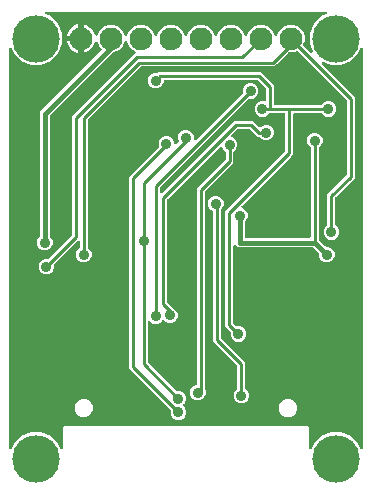
<source format=gbr>
G04 EAGLE Gerber RS-274X export*
G75*
%MOMM*%
%FSLAX34Y34*%
%LPD*%
%INBottom Copper*%
%IPPOS*%
%AMOC8*
5,1,8,0,0,1.08239X$1,22.5*%
G01*
%ADD10C,4.016000*%
%ADD11C,1.930400*%
%ADD12C,0.906400*%
%ADD13C,0.254000*%
%ADD14C,0.406400*%

G36*
X257957Y-17675D02*
X257957Y-17675D01*
X258047Y-17670D01*
X258113Y-17648D01*
X258182Y-17636D01*
X258264Y-17599D01*
X258349Y-17572D01*
X258408Y-17534D01*
X258472Y-17506D01*
X258542Y-17450D01*
X258618Y-17402D01*
X258666Y-17351D01*
X258720Y-17307D01*
X258775Y-17235D01*
X258836Y-17170D01*
X258870Y-17109D01*
X258912Y-17053D01*
X258983Y-16909D01*
X260654Y-12874D01*
X266874Y-6654D01*
X275001Y-3287D01*
X283799Y-3287D01*
X291926Y-6654D01*
X298146Y-12874D01*
X299817Y-16909D01*
X299852Y-16969D01*
X299878Y-17034D01*
X299930Y-17107D01*
X299975Y-17185D01*
X300023Y-17235D01*
X300064Y-17291D01*
X300134Y-17349D01*
X300196Y-17413D01*
X300256Y-17450D01*
X300309Y-17494D01*
X300391Y-17533D01*
X300467Y-17580D01*
X300534Y-17600D01*
X300597Y-17630D01*
X300685Y-17647D01*
X300771Y-17673D01*
X300841Y-17676D01*
X300910Y-17690D01*
X300999Y-17684D01*
X301089Y-17688D01*
X301157Y-17674D01*
X301227Y-17670D01*
X301312Y-17642D01*
X301400Y-17624D01*
X301463Y-17593D01*
X301529Y-17572D01*
X301605Y-17524D01*
X301686Y-17484D01*
X301739Y-17439D01*
X301798Y-17402D01*
X301860Y-17336D01*
X301928Y-17278D01*
X301968Y-17221D01*
X302016Y-17170D01*
X302059Y-17091D01*
X302111Y-17018D01*
X302136Y-16953D01*
X302170Y-16892D01*
X302192Y-16805D01*
X302224Y-16721D01*
X302232Y-16651D01*
X302249Y-16584D01*
X302259Y-16423D01*
X302259Y321223D01*
X302251Y321292D01*
X302252Y321362D01*
X302238Y321419D01*
X302237Y321435D01*
X302230Y321457D01*
X302219Y321538D01*
X302194Y321603D01*
X302177Y321671D01*
X302135Y321751D01*
X302102Y321834D01*
X302061Y321890D01*
X302029Y321952D01*
X301968Y322019D01*
X301916Y322091D01*
X301862Y322136D01*
X301815Y322188D01*
X301740Y322237D01*
X301671Y322294D01*
X301607Y322324D01*
X301549Y322362D01*
X301464Y322392D01*
X301383Y322430D01*
X301314Y322443D01*
X301248Y322466D01*
X301159Y322473D01*
X301071Y322490D01*
X301001Y322485D01*
X300931Y322491D01*
X300843Y322475D01*
X300753Y322470D01*
X300687Y322448D01*
X300618Y322436D01*
X300536Y322399D01*
X300451Y322372D01*
X300392Y322334D01*
X300328Y322306D01*
X300258Y322250D01*
X300182Y322202D01*
X300134Y322151D01*
X300080Y322107D01*
X300025Y322035D01*
X299964Y321970D01*
X299930Y321909D01*
X299888Y321853D01*
X299817Y321709D01*
X298146Y317674D01*
X291926Y311454D01*
X283799Y308087D01*
X275001Y308087D01*
X269087Y310537D01*
X269020Y310556D01*
X268956Y310583D01*
X268867Y310597D01*
X268780Y310621D01*
X268711Y310622D01*
X268642Y310633D01*
X268552Y310625D01*
X268462Y310626D01*
X268394Y310610D01*
X268325Y310603D01*
X268240Y310573D01*
X268153Y310552D01*
X268091Y310519D01*
X268026Y310496D01*
X267951Y310445D01*
X267872Y310403D01*
X267820Y310356D01*
X267762Y310317D01*
X267703Y310250D01*
X267637Y310189D01*
X267598Y310131D01*
X267552Y310079D01*
X267511Y309999D01*
X267462Y309924D01*
X267439Y309858D01*
X267407Y309796D01*
X267388Y309708D01*
X267359Y309623D01*
X267353Y309553D01*
X267338Y309485D01*
X267340Y309395D01*
X267333Y309306D01*
X267345Y309237D01*
X267347Y309167D01*
X267372Y309081D01*
X267388Y308992D01*
X267416Y308929D01*
X267436Y308862D01*
X267481Y308784D01*
X267518Y308703D01*
X267562Y308648D01*
X267597Y308588D01*
X267704Y308467D01*
X293096Y283074D01*
X295403Y280768D01*
X295403Y211992D01*
X279264Y195854D01*
X279204Y195775D01*
X279136Y195703D01*
X279107Y195650D01*
X279070Y195602D01*
X279030Y195511D01*
X278982Y195425D01*
X278967Y195366D01*
X278943Y195311D01*
X278928Y195213D01*
X278903Y195117D01*
X278897Y195017D01*
X278893Y194996D01*
X278895Y194984D01*
X278893Y194956D01*
X278893Y172877D01*
X278905Y172779D01*
X278908Y172680D01*
X278925Y172622D01*
X278933Y172561D01*
X278969Y172469D01*
X278997Y172374D01*
X279027Y172322D01*
X279050Y172266D01*
X279108Y172186D01*
X279158Y172100D01*
X279224Y172025D01*
X279236Y172008D01*
X279246Y172001D01*
X279264Y171979D01*
X281155Y170089D01*
X282155Y167676D01*
X282155Y165064D01*
X281155Y162651D01*
X279309Y160805D01*
X276896Y159805D01*
X274284Y159805D01*
X271871Y160805D01*
X270025Y162651D01*
X269025Y165064D01*
X269025Y167676D01*
X270025Y170089D01*
X271916Y171979D01*
X271976Y172058D01*
X272044Y172130D01*
X272073Y172183D01*
X272110Y172231D01*
X272150Y172322D01*
X272198Y172408D01*
X272213Y172467D01*
X272237Y172523D01*
X272252Y172621D01*
X272277Y172716D01*
X272283Y172816D01*
X272287Y172837D01*
X272285Y172849D01*
X272287Y172877D01*
X272287Y198218D01*
X288426Y214356D01*
X288486Y214435D01*
X288554Y214507D01*
X288583Y214560D01*
X288620Y214608D01*
X288660Y214699D01*
X288708Y214785D01*
X288723Y214844D01*
X288747Y214899D01*
X288762Y214997D01*
X288787Y215093D01*
X288793Y215193D01*
X288797Y215214D01*
X288795Y215226D01*
X288797Y215254D01*
X288797Y277506D01*
X288785Y277604D01*
X288782Y277703D01*
X288765Y277762D01*
X288757Y277822D01*
X288721Y277914D01*
X288693Y278009D01*
X288663Y278061D01*
X288640Y278117D01*
X288582Y278197D01*
X288532Y278283D01*
X288466Y278358D01*
X288454Y278375D01*
X288444Y278383D01*
X288426Y278404D01*
X247540Y319289D01*
X247517Y319307D01*
X247498Y319330D01*
X247391Y319404D01*
X247289Y319484D01*
X247262Y319496D01*
X247238Y319513D01*
X247116Y319559D01*
X246997Y319610D01*
X246968Y319615D01*
X246940Y319626D01*
X246811Y319640D01*
X246683Y319660D01*
X246653Y319658D01*
X246624Y319661D01*
X246496Y319643D01*
X246366Y319630D01*
X246338Y319620D01*
X246309Y319616D01*
X246157Y319564D01*
X243624Y318515D01*
X239892Y318515D01*
X239794Y318503D01*
X239695Y318500D01*
X239636Y318483D01*
X239576Y318475D01*
X239484Y318439D01*
X239389Y318411D01*
X239337Y318381D01*
X239281Y318358D01*
X239200Y318300D01*
X239115Y318250D01*
X239040Y318184D01*
X239023Y318172D01*
X239015Y318162D01*
X238994Y318144D01*
X229734Y308884D01*
X227428Y306577D01*
X114924Y306577D01*
X114826Y306565D01*
X114727Y306562D01*
X114668Y306545D01*
X114608Y306537D01*
X114516Y306501D01*
X114421Y306473D01*
X114369Y306443D01*
X114313Y306420D01*
X114233Y306362D01*
X114147Y306312D01*
X114072Y306246D01*
X114055Y306234D01*
X114047Y306224D01*
X114026Y306206D01*
X69714Y261894D01*
X69654Y261815D01*
X69586Y261743D01*
X69557Y261690D01*
X69520Y261642D01*
X69480Y261551D01*
X69432Y261465D01*
X69417Y261406D01*
X69393Y261351D01*
X69378Y261253D01*
X69353Y261157D01*
X69347Y261057D01*
X69343Y261036D01*
X69345Y261024D01*
X69343Y260996D01*
X69343Y153827D01*
X69355Y153729D01*
X69358Y153630D01*
X69375Y153572D01*
X69383Y153511D01*
X69419Y153419D01*
X69447Y153324D01*
X69477Y153272D01*
X69500Y153216D01*
X69558Y153136D01*
X69608Y153050D01*
X69674Y152975D01*
X69686Y152958D01*
X69696Y152951D01*
X69714Y152929D01*
X71605Y151039D01*
X72605Y148626D01*
X72605Y146014D01*
X71605Y143601D01*
X69759Y141755D01*
X67346Y140755D01*
X64734Y140755D01*
X62321Y141755D01*
X60475Y143601D01*
X59475Y146014D01*
X59475Y148626D01*
X60475Y151039D01*
X62366Y152929D01*
X62426Y153008D01*
X62494Y153080D01*
X62523Y153133D01*
X62560Y153181D01*
X62600Y153272D01*
X62648Y153358D01*
X62663Y153417D01*
X62687Y153473D01*
X62702Y153571D01*
X62727Y153666D01*
X62733Y153766D01*
X62737Y153787D01*
X62735Y153799D01*
X62737Y153827D01*
X62737Y157872D01*
X62720Y158010D01*
X62707Y158149D01*
X62700Y158168D01*
X62697Y158188D01*
X62646Y158317D01*
X62599Y158448D01*
X62588Y158465D01*
X62580Y158483D01*
X62499Y158596D01*
X62421Y158711D01*
X62405Y158724D01*
X62394Y158741D01*
X62286Y158829D01*
X62182Y158922D01*
X62164Y158931D01*
X62149Y158944D01*
X62023Y159003D01*
X61899Y159066D01*
X61879Y159071D01*
X61861Y159079D01*
X61725Y159105D01*
X61589Y159136D01*
X61568Y159135D01*
X61549Y159139D01*
X61410Y159130D01*
X61271Y159126D01*
X61251Y159120D01*
X61231Y159119D01*
X61099Y159076D01*
X60965Y159038D01*
X60948Y159027D01*
X60929Y159021D01*
X60811Y158947D01*
X60691Y158876D01*
X60670Y158858D01*
X60660Y158851D01*
X60646Y158836D01*
X60571Y158770D01*
X41226Y139426D01*
X41166Y139347D01*
X41098Y139275D01*
X41069Y139222D01*
X41032Y139174D01*
X40992Y139083D01*
X40944Y138997D01*
X40929Y138938D01*
X40905Y138883D01*
X40890Y138785D01*
X40865Y138689D01*
X40859Y138589D01*
X40855Y138568D01*
X40857Y138556D01*
X40855Y138528D01*
X40855Y135854D01*
X39855Y133441D01*
X38009Y131595D01*
X35596Y130595D01*
X32984Y130595D01*
X30571Y131595D01*
X28725Y133441D01*
X27725Y135854D01*
X27725Y138466D01*
X28725Y140879D01*
X30571Y142725D01*
X32984Y143725D01*
X35658Y143725D01*
X35756Y143737D01*
X35855Y143740D01*
X35914Y143757D01*
X35974Y143765D01*
X36066Y143801D01*
X36161Y143829D01*
X36213Y143859D01*
X36269Y143882D01*
X36349Y143940D01*
X36435Y143990D01*
X36510Y144056D01*
X36527Y144068D01*
X36535Y144078D01*
X36556Y144096D01*
X56016Y163556D01*
X56076Y163635D01*
X56144Y163707D01*
X56173Y163760D01*
X56210Y163808D01*
X56250Y163899D01*
X56298Y163985D01*
X56313Y164044D01*
X56337Y164099D01*
X56352Y164197D01*
X56377Y164293D01*
X56383Y164393D01*
X56387Y164414D01*
X56385Y164426D01*
X56387Y164454D01*
X56387Y264374D01*
X58694Y266680D01*
X109609Y317596D01*
X109640Y317635D01*
X109677Y317669D01*
X109737Y317760D01*
X109804Y317847D01*
X109824Y317893D01*
X109851Y317934D01*
X109887Y318038D01*
X109931Y318139D01*
X109938Y318188D01*
X109955Y318235D01*
X109963Y318345D01*
X109980Y318453D01*
X109976Y318503D01*
X109980Y318552D01*
X109961Y318660D01*
X109951Y318770D01*
X109934Y318817D01*
X109925Y318865D01*
X109880Y318966D01*
X109843Y319069D01*
X109815Y319110D01*
X109795Y319155D01*
X109726Y319241D01*
X109664Y319332D01*
X109627Y319365D01*
X109596Y319404D01*
X109508Y319470D01*
X109426Y319543D01*
X109382Y319565D01*
X109342Y319595D01*
X109198Y319666D01*
X107681Y320294D01*
X104394Y323581D01*
X102773Y327496D01*
X102704Y327616D01*
X102639Y327739D01*
X102625Y327754D01*
X102615Y327772D01*
X102518Y327872D01*
X102425Y327975D01*
X102408Y327986D01*
X102394Y328000D01*
X102276Y328073D01*
X102159Y328150D01*
X102140Y328156D01*
X102123Y328167D01*
X101990Y328208D01*
X101858Y328253D01*
X101838Y328254D01*
X101819Y328260D01*
X101680Y328267D01*
X101541Y328278D01*
X101521Y328275D01*
X101501Y328275D01*
X101365Y328247D01*
X101228Y328224D01*
X101210Y328215D01*
X101190Y328211D01*
X101064Y328150D01*
X100938Y328093D01*
X100922Y328080D01*
X100904Y328071D01*
X100798Y327981D01*
X100690Y327894D01*
X100677Y327878D01*
X100662Y327865D01*
X100582Y327751D01*
X100498Y327640D01*
X100486Y327615D01*
X100479Y327605D01*
X100472Y327586D01*
X100427Y327496D01*
X98806Y323581D01*
X95519Y320294D01*
X91224Y318515D01*
X91109Y318515D01*
X91011Y318503D01*
X90912Y318500D01*
X90854Y318483D01*
X90794Y318475D01*
X90702Y318439D01*
X90607Y318411D01*
X90554Y318381D01*
X90498Y318358D01*
X90418Y318300D01*
X90333Y318250D01*
X90257Y318184D01*
X90241Y318172D01*
X90233Y318162D01*
X90212Y318144D01*
X37456Y265388D01*
X37396Y265310D01*
X37328Y265238D01*
X37299Y265185D01*
X37262Y265137D01*
X37222Y265046D01*
X37174Y264959D01*
X37159Y264901D01*
X37135Y264845D01*
X37120Y264747D01*
X37095Y264651D01*
X37089Y264551D01*
X37085Y264531D01*
X37087Y264519D01*
X37085Y264491D01*
X37085Y163225D01*
X37097Y163127D01*
X37100Y163028D01*
X37117Y162970D01*
X37125Y162909D01*
X37161Y162817D01*
X37189Y162722D01*
X37219Y162670D01*
X37242Y162614D01*
X37300Y162534D01*
X37350Y162448D01*
X37416Y162373D01*
X37428Y162356D01*
X37438Y162349D01*
X37456Y162327D01*
X38585Y161199D01*
X39585Y158786D01*
X39585Y156174D01*
X38585Y153761D01*
X36739Y151915D01*
X34326Y150915D01*
X31714Y150915D01*
X29301Y151915D01*
X27455Y153761D01*
X26455Y156174D01*
X26455Y158786D01*
X27455Y161199D01*
X28584Y162327D01*
X28644Y162406D01*
X28712Y162478D01*
X28741Y162531D01*
X28778Y162579D01*
X28818Y162670D01*
X28866Y162756D01*
X28881Y162815D01*
X28905Y162871D01*
X28920Y162969D01*
X28945Y163064D01*
X28951Y163164D01*
X28955Y163185D01*
X28953Y163197D01*
X28955Y163225D01*
X28955Y268384D01*
X31708Y271136D01*
X80676Y320104D01*
X80749Y320199D01*
X80828Y320288D01*
X80846Y320324D01*
X80871Y320356D01*
X80918Y320465D01*
X80972Y320571D01*
X80981Y320610D01*
X80997Y320647D01*
X81016Y320765D01*
X81042Y320881D01*
X81041Y320922D01*
X81047Y320962D01*
X81036Y321080D01*
X81032Y321199D01*
X81021Y321238D01*
X81017Y321278D01*
X80977Y321390D01*
X80944Y321505D01*
X80923Y321539D01*
X80910Y321577D01*
X80843Y321676D01*
X80782Y321778D01*
X80742Y321824D01*
X80731Y321841D01*
X80716Y321854D01*
X80676Y321899D01*
X78994Y323581D01*
X77607Y326930D01*
X77592Y326956D01*
X77583Y326984D01*
X77514Y327094D01*
X77450Y327206D01*
X77429Y327228D01*
X77413Y327253D01*
X77319Y327341D01*
X77228Y327435D01*
X77203Y327450D01*
X77181Y327471D01*
X77068Y327533D01*
X76957Y327601D01*
X76929Y327610D01*
X76902Y327624D01*
X76777Y327656D01*
X76653Y327694D01*
X76623Y327696D01*
X76594Y327703D01*
X76465Y327703D01*
X76336Y327710D01*
X76306Y327704D01*
X76276Y327704D01*
X76151Y327671D01*
X76024Y327645D01*
X75997Y327632D01*
X75968Y327625D01*
X75855Y327563D01*
X75738Y327506D01*
X75716Y327486D01*
X75689Y327472D01*
X75595Y327383D01*
X75496Y327299D01*
X75479Y327275D01*
X75457Y327254D01*
X75388Y327145D01*
X75313Y327039D01*
X75303Y327011D01*
X75287Y326986D01*
X75227Y326836D01*
X74799Y325520D01*
X73928Y323810D01*
X72800Y322257D01*
X71443Y320900D01*
X69890Y319772D01*
X68180Y318901D01*
X66355Y318307D01*
X65999Y318251D01*
X65999Y328970D01*
X65984Y329088D01*
X65977Y329207D01*
X65964Y329245D01*
X65959Y329285D01*
X65916Y329396D01*
X65879Y329509D01*
X65857Y329543D01*
X65842Y329581D01*
X65773Y329677D01*
X65709Y329778D01*
X65679Y329806D01*
X65656Y329838D01*
X65564Y329914D01*
X65477Y329996D01*
X65442Y330015D01*
X65411Y330041D01*
X65303Y330092D01*
X65199Y330149D01*
X65159Y330159D01*
X65123Y330177D01*
X65016Y330197D01*
X65046Y330201D01*
X65156Y330245D01*
X65269Y330281D01*
X65304Y330303D01*
X65341Y330318D01*
X65437Y330388D01*
X65538Y330451D01*
X65566Y330481D01*
X65599Y330505D01*
X65675Y330596D01*
X65756Y330683D01*
X65776Y330718D01*
X65801Y330750D01*
X65852Y330857D01*
X65910Y330962D01*
X65920Y331001D01*
X65937Y331037D01*
X65959Y331154D01*
X65989Y331270D01*
X65993Y331330D01*
X65997Y331350D01*
X65995Y331370D01*
X65999Y331430D01*
X65999Y342149D01*
X66355Y342093D01*
X68180Y341499D01*
X69890Y340628D01*
X71443Y339500D01*
X72800Y338143D01*
X73928Y336590D01*
X74799Y334880D01*
X75227Y333564D01*
X75240Y333537D01*
X75247Y333508D01*
X75308Y333393D01*
X75363Y333276D01*
X75382Y333253D01*
X75396Y333226D01*
X75483Y333131D01*
X75565Y333031D01*
X75590Y333013D01*
X75610Y332991D01*
X75718Y332920D01*
X75823Y332844D01*
X75850Y332833D01*
X75875Y332816D01*
X75998Y332774D01*
X76118Y332727D01*
X76148Y332723D01*
X76176Y332713D01*
X76305Y332703D01*
X76434Y332687D01*
X76463Y332690D01*
X76493Y332688D01*
X76621Y332710D01*
X76749Y332726D01*
X76777Y332737D01*
X76806Y332742D01*
X76924Y332795D01*
X77045Y332843D01*
X77069Y332861D01*
X77096Y332873D01*
X77197Y332954D01*
X77303Y333030D01*
X77322Y333053D01*
X77345Y333071D01*
X77423Y333175D01*
X77505Y333275D01*
X77518Y333302D01*
X77536Y333326D01*
X77607Y333470D01*
X78994Y336819D01*
X82281Y340106D01*
X86576Y341885D01*
X91224Y341885D01*
X95519Y340106D01*
X98806Y336819D01*
X100427Y332904D01*
X100496Y332783D01*
X100561Y332661D01*
X100575Y332646D01*
X100585Y332628D01*
X100682Y332528D01*
X100775Y332425D01*
X100792Y332414D01*
X100806Y332399D01*
X100925Y332327D01*
X101041Y332250D01*
X101060Y332244D01*
X101077Y332233D01*
X101210Y332192D01*
X101342Y332147D01*
X101362Y332146D01*
X101381Y332140D01*
X101520Y332133D01*
X101659Y332122D01*
X101679Y332125D01*
X101699Y332125D01*
X101835Y332153D01*
X101972Y332176D01*
X101991Y332185D01*
X102010Y332189D01*
X102136Y332250D01*
X102262Y332307D01*
X102278Y332320D01*
X102296Y332329D01*
X102402Y332419D01*
X102510Y332506D01*
X102523Y332522D01*
X102538Y332535D01*
X102618Y332649D01*
X102702Y332760D01*
X102714Y332785D01*
X102721Y332795D01*
X102728Y332814D01*
X102773Y332904D01*
X104394Y336819D01*
X107681Y340106D01*
X111976Y341885D01*
X116624Y341885D01*
X120919Y340106D01*
X124206Y336819D01*
X125827Y332904D01*
X125896Y332783D01*
X125961Y332661D01*
X125975Y332646D01*
X125985Y332628D01*
X126082Y332528D01*
X126175Y332425D01*
X126192Y332414D01*
X126206Y332399D01*
X126325Y332327D01*
X126441Y332250D01*
X126460Y332244D01*
X126477Y332233D01*
X126610Y332192D01*
X126742Y332147D01*
X126762Y332146D01*
X126781Y332140D01*
X126920Y332133D01*
X127059Y332122D01*
X127079Y332125D01*
X127099Y332125D01*
X127235Y332153D01*
X127372Y332176D01*
X127391Y332185D01*
X127410Y332189D01*
X127536Y332250D01*
X127662Y332307D01*
X127678Y332320D01*
X127696Y332329D01*
X127802Y332419D01*
X127910Y332506D01*
X127923Y332522D01*
X127938Y332535D01*
X128018Y332649D01*
X128102Y332760D01*
X128114Y332785D01*
X128121Y332795D01*
X128128Y332814D01*
X128173Y332904D01*
X129794Y336819D01*
X133081Y340106D01*
X137376Y341885D01*
X142024Y341885D01*
X146319Y340106D01*
X149606Y336819D01*
X151227Y332904D01*
X151296Y332783D01*
X151361Y332661D01*
X151375Y332646D01*
X151385Y332628D01*
X151482Y332528D01*
X151575Y332425D01*
X151592Y332414D01*
X151606Y332399D01*
X151725Y332327D01*
X151841Y332250D01*
X151860Y332244D01*
X151877Y332233D01*
X152010Y332192D01*
X152142Y332147D01*
X152162Y332146D01*
X152181Y332140D01*
X152320Y332133D01*
X152459Y332122D01*
X152479Y332125D01*
X152499Y332125D01*
X152635Y332153D01*
X152772Y332176D01*
X152791Y332185D01*
X152810Y332189D01*
X152936Y332250D01*
X153062Y332307D01*
X153078Y332320D01*
X153096Y332329D01*
X153202Y332419D01*
X153310Y332506D01*
X153323Y332522D01*
X153338Y332535D01*
X153418Y332649D01*
X153502Y332760D01*
X153514Y332785D01*
X153521Y332795D01*
X153528Y332814D01*
X153573Y332904D01*
X155194Y336819D01*
X158481Y340106D01*
X162776Y341885D01*
X167424Y341885D01*
X171719Y340106D01*
X175006Y336819D01*
X176627Y332904D01*
X176696Y332783D01*
X176761Y332661D01*
X176775Y332646D01*
X176785Y332628D01*
X176882Y332528D01*
X176975Y332425D01*
X176992Y332414D01*
X177006Y332399D01*
X177125Y332327D01*
X177241Y332250D01*
X177260Y332244D01*
X177277Y332233D01*
X177410Y332192D01*
X177542Y332147D01*
X177562Y332146D01*
X177581Y332140D01*
X177720Y332133D01*
X177859Y332122D01*
X177879Y332125D01*
X177899Y332125D01*
X178035Y332153D01*
X178172Y332176D01*
X178191Y332185D01*
X178210Y332189D01*
X178336Y332250D01*
X178462Y332307D01*
X178478Y332320D01*
X178496Y332329D01*
X178602Y332419D01*
X178710Y332506D01*
X178723Y332522D01*
X178738Y332535D01*
X178818Y332649D01*
X178902Y332760D01*
X178914Y332785D01*
X178921Y332795D01*
X178928Y332814D01*
X178973Y332904D01*
X180594Y336819D01*
X183881Y340106D01*
X188176Y341885D01*
X192824Y341885D01*
X197119Y340106D01*
X200406Y336819D01*
X202027Y332904D01*
X202096Y332783D01*
X202161Y332661D01*
X202175Y332646D01*
X202185Y332628D01*
X202282Y332528D01*
X202375Y332425D01*
X202392Y332414D01*
X202406Y332399D01*
X202525Y332327D01*
X202641Y332250D01*
X202660Y332244D01*
X202677Y332233D01*
X202810Y332192D01*
X202942Y332147D01*
X202962Y332146D01*
X202981Y332140D01*
X203120Y332133D01*
X203259Y332122D01*
X203279Y332125D01*
X203299Y332125D01*
X203435Y332153D01*
X203572Y332176D01*
X203591Y332185D01*
X203610Y332189D01*
X203736Y332250D01*
X203862Y332307D01*
X203878Y332320D01*
X203896Y332329D01*
X204002Y332419D01*
X204110Y332506D01*
X204123Y332522D01*
X204138Y332535D01*
X204218Y332649D01*
X204302Y332760D01*
X204314Y332785D01*
X204321Y332795D01*
X204328Y332814D01*
X204373Y332904D01*
X205994Y336819D01*
X209281Y340106D01*
X213576Y341885D01*
X218224Y341885D01*
X222519Y340106D01*
X225806Y336819D01*
X227427Y332904D01*
X227496Y332783D01*
X227561Y332660D01*
X227575Y332645D01*
X227585Y332628D01*
X227682Y332528D01*
X227775Y332425D01*
X227792Y332414D01*
X227806Y332399D01*
X227925Y332327D01*
X228041Y332250D01*
X228060Y332244D01*
X228077Y332233D01*
X228210Y332192D01*
X228342Y332147D01*
X228362Y332146D01*
X228381Y332140D01*
X228520Y332133D01*
X228659Y332122D01*
X228679Y332125D01*
X228699Y332124D01*
X228835Y332153D01*
X228972Y332176D01*
X228991Y332185D01*
X229010Y332189D01*
X229136Y332250D01*
X229262Y332307D01*
X229278Y332320D01*
X229296Y332328D01*
X229402Y332419D01*
X229510Y332506D01*
X229523Y332522D01*
X229538Y332535D01*
X229618Y332649D01*
X229702Y332760D01*
X229714Y332785D01*
X229721Y332795D01*
X229728Y332814D01*
X229773Y332904D01*
X231394Y336819D01*
X234681Y340106D01*
X238976Y341885D01*
X243624Y341885D01*
X247919Y340106D01*
X251206Y336819D01*
X252985Y332524D01*
X252985Y327876D01*
X251936Y325343D01*
X251928Y325315D01*
X251914Y325288D01*
X251886Y325162D01*
X251852Y325036D01*
X251851Y325007D01*
X251845Y324978D01*
X251849Y324848D01*
X251847Y324718D01*
X251854Y324690D01*
X251854Y324660D01*
X251891Y324536D01*
X251921Y324409D01*
X251935Y324383D01*
X251943Y324355D01*
X252009Y324243D01*
X252070Y324128D01*
X252089Y324106D01*
X252104Y324081D01*
X252211Y323960D01*
X257667Y318504D01*
X257722Y318461D01*
X257771Y318411D01*
X257847Y318364D01*
X257918Y318309D01*
X257982Y318281D01*
X258042Y318245D01*
X258128Y318218D01*
X258210Y318182D01*
X258279Y318171D01*
X258346Y318151D01*
X258435Y318147D01*
X258524Y318133D01*
X258594Y318139D01*
X258663Y318136D01*
X258751Y318154D01*
X258841Y318162D01*
X258907Y318186D01*
X258975Y318200D01*
X259056Y318240D01*
X259140Y318270D01*
X259198Y318309D01*
X259261Y318340D01*
X259329Y318398D01*
X259403Y318449D01*
X259450Y318501D01*
X259503Y318546D01*
X259554Y318620D01*
X259614Y318687D01*
X259646Y318749D01*
X259686Y318806D01*
X259718Y318890D01*
X259758Y318970D01*
X259774Y319038D01*
X259798Y319104D01*
X259808Y319193D01*
X259828Y319281D01*
X259826Y319350D01*
X259834Y319420D01*
X259821Y319509D01*
X259818Y319598D01*
X259799Y319666D01*
X259789Y319735D01*
X259737Y319887D01*
X257287Y325801D01*
X257287Y334599D01*
X260654Y342726D01*
X266874Y348946D01*
X270909Y350617D01*
X270969Y350652D01*
X271034Y350678D01*
X271107Y350730D01*
X271185Y350775D01*
X271235Y350823D01*
X271291Y350864D01*
X271349Y350934D01*
X271413Y350996D01*
X271450Y351056D01*
X271494Y351109D01*
X271533Y351191D01*
X271580Y351267D01*
X271600Y351334D01*
X271630Y351397D01*
X271647Y351485D01*
X271673Y351571D01*
X271676Y351641D01*
X271690Y351710D01*
X271684Y351799D01*
X271688Y351889D01*
X271674Y351957D01*
X271670Y352027D01*
X271642Y352112D01*
X271624Y352200D01*
X271593Y352263D01*
X271572Y352329D01*
X271524Y352405D01*
X271484Y352486D01*
X271439Y352539D01*
X271402Y352598D01*
X271336Y352660D01*
X271278Y352728D01*
X271221Y352768D01*
X271170Y352816D01*
X271091Y352859D01*
X271018Y352911D01*
X270953Y352936D01*
X270892Y352970D01*
X270805Y352992D01*
X270721Y353024D01*
X270651Y353032D01*
X270584Y353049D01*
X270423Y353059D01*
X34377Y353059D01*
X34308Y353051D01*
X34238Y353052D01*
X34151Y353031D01*
X34062Y353019D01*
X33997Y352994D01*
X33929Y352977D01*
X33849Y352935D01*
X33766Y352902D01*
X33710Y352861D01*
X33648Y352829D01*
X33581Y352768D01*
X33509Y352716D01*
X33464Y352662D01*
X33412Y352615D01*
X33363Y352540D01*
X33306Y352471D01*
X33276Y352407D01*
X33238Y352349D01*
X33208Y352264D01*
X33170Y352183D01*
X33157Y352114D01*
X33134Y352048D01*
X33127Y351959D01*
X33110Y351871D01*
X33115Y351801D01*
X33109Y351731D01*
X33125Y351643D01*
X33130Y351553D01*
X33152Y351487D01*
X33164Y351418D01*
X33201Y351336D01*
X33228Y351251D01*
X33266Y351192D01*
X33294Y351128D01*
X33350Y351058D01*
X33398Y350982D01*
X33449Y350934D01*
X33493Y350880D01*
X33565Y350825D01*
X33630Y350764D01*
X33691Y350730D01*
X33747Y350688D01*
X33891Y350617D01*
X37926Y348946D01*
X44146Y342726D01*
X47513Y334599D01*
X47513Y325801D01*
X44146Y317674D01*
X37926Y311454D01*
X29799Y308087D01*
X21001Y308087D01*
X12874Y311454D01*
X6654Y317674D01*
X4983Y321709D01*
X4973Y321725D01*
X4969Y321737D01*
X4946Y321773D01*
X4922Y321834D01*
X4870Y321907D01*
X4825Y321985D01*
X4777Y322035D01*
X4736Y322091D01*
X4666Y322149D01*
X4604Y322213D01*
X4544Y322250D01*
X4491Y322294D01*
X4409Y322333D01*
X4333Y322380D01*
X4266Y322400D01*
X4203Y322430D01*
X4115Y322447D01*
X4029Y322473D01*
X3959Y322476D01*
X3890Y322490D01*
X3801Y322484D01*
X3711Y322488D01*
X3643Y322474D01*
X3573Y322470D01*
X3488Y322442D01*
X3400Y322424D01*
X3337Y322393D01*
X3271Y322372D01*
X3195Y322324D01*
X3114Y322284D01*
X3061Y322239D01*
X3002Y322202D01*
X2940Y322136D01*
X2872Y322078D01*
X2832Y322021D01*
X2784Y321970D01*
X2741Y321891D01*
X2689Y321818D01*
X2664Y321753D01*
X2630Y321692D01*
X2608Y321605D01*
X2576Y321521D01*
X2568Y321451D01*
X2551Y321384D01*
X2545Y321286D01*
X2543Y321278D01*
X2544Y321271D01*
X2541Y321223D01*
X2541Y-16423D01*
X2549Y-16492D01*
X2548Y-16562D01*
X2569Y-16649D01*
X2581Y-16738D01*
X2606Y-16803D01*
X2623Y-16871D01*
X2665Y-16951D01*
X2698Y-17034D01*
X2739Y-17090D01*
X2771Y-17152D01*
X2832Y-17219D01*
X2884Y-17291D01*
X2938Y-17336D01*
X2985Y-17388D01*
X3060Y-17437D01*
X3129Y-17494D01*
X3193Y-17524D01*
X3251Y-17562D01*
X3336Y-17592D01*
X3417Y-17630D01*
X3486Y-17643D01*
X3552Y-17666D01*
X3641Y-17673D01*
X3729Y-17690D01*
X3799Y-17685D01*
X3869Y-17691D01*
X3957Y-17675D01*
X4047Y-17670D01*
X4113Y-17648D01*
X4182Y-17636D01*
X4264Y-17599D01*
X4349Y-17572D01*
X4408Y-17534D01*
X4472Y-17506D01*
X4542Y-17450D01*
X4618Y-17402D01*
X4666Y-17351D01*
X4720Y-17307D01*
X4775Y-17235D01*
X4836Y-17170D01*
X4870Y-17109D01*
X4912Y-17053D01*
X4983Y-16909D01*
X6654Y-12874D01*
X12874Y-6654D01*
X21001Y-3287D01*
X29799Y-3287D01*
X37926Y-6654D01*
X44146Y-12874D01*
X45817Y-16909D01*
X45852Y-16969D01*
X45878Y-17034D01*
X45930Y-17107D01*
X45975Y-17185D01*
X46023Y-17235D01*
X46064Y-17291D01*
X46134Y-17349D01*
X46196Y-17413D01*
X46256Y-17450D01*
X46309Y-17494D01*
X46391Y-17533D01*
X46467Y-17580D01*
X46534Y-17600D01*
X46597Y-17630D01*
X46685Y-17647D01*
X46771Y-17673D01*
X46841Y-17676D01*
X46910Y-17690D01*
X46999Y-17684D01*
X47089Y-17688D01*
X47157Y-17674D01*
X47227Y-17670D01*
X47312Y-17642D01*
X47400Y-17624D01*
X47463Y-17593D01*
X47529Y-17572D01*
X47605Y-17524D01*
X47686Y-17484D01*
X47739Y-17439D01*
X47798Y-17402D01*
X47860Y-17336D01*
X47928Y-17278D01*
X47968Y-17221D01*
X48016Y-17170D01*
X48059Y-17091D01*
X48111Y-17018D01*
X48136Y-16953D01*
X48170Y-16892D01*
X48192Y-16805D01*
X48224Y-16721D01*
X48232Y-16651D01*
X48249Y-16584D01*
X48259Y-16423D01*
X48259Y1052D01*
X49748Y2541D01*
X255052Y2541D01*
X256541Y1052D01*
X256541Y-16423D01*
X256549Y-16492D01*
X256548Y-16562D01*
X256569Y-16649D01*
X256581Y-16738D01*
X256606Y-16803D01*
X256623Y-16871D01*
X256665Y-16951D01*
X256698Y-17034D01*
X256739Y-17090D01*
X256771Y-17152D01*
X256832Y-17219D01*
X256884Y-17291D01*
X256938Y-17336D01*
X256985Y-17388D01*
X257060Y-17437D01*
X257129Y-17494D01*
X257193Y-17524D01*
X257251Y-17562D01*
X257336Y-17592D01*
X257417Y-17630D01*
X257486Y-17643D01*
X257552Y-17666D01*
X257641Y-17673D01*
X257729Y-17690D01*
X257799Y-17685D01*
X257869Y-17691D01*
X257957Y-17675D01*
G37*
%LPC*%
G36*
X144744Y7191D02*
X144744Y7191D01*
X142331Y8191D01*
X140485Y10037D01*
X139485Y12450D01*
X139485Y15205D01*
X139487Y15211D01*
X139485Y15252D01*
X139485Y15314D01*
X139483Y15334D01*
X139483Y15341D01*
X139485Y15470D01*
X139478Y15499D01*
X139477Y15528D01*
X139441Y15653D01*
X139410Y15780D01*
X139397Y15806D01*
X139388Y15834D01*
X139323Y15946D01*
X139262Y16061D01*
X139242Y16083D01*
X139227Y16108D01*
X139121Y16229D01*
X104433Y50916D01*
X104433Y213146D01*
X129299Y238011D01*
X129317Y238035D01*
X129339Y238054D01*
X129414Y238160D01*
X129494Y238262D01*
X129505Y238290D01*
X129522Y238314D01*
X129568Y238435D01*
X129620Y238554D01*
X129624Y238583D01*
X129635Y238611D01*
X129649Y238740D01*
X129670Y238868D01*
X129667Y238898D01*
X129670Y238927D01*
X129652Y239056D01*
X129640Y239185D01*
X129630Y239213D01*
X129626Y239242D01*
X129574Y239394D01*
X129325Y239994D01*
X129325Y242606D01*
X130325Y245019D01*
X132171Y246865D01*
X134584Y247865D01*
X137196Y247865D01*
X139609Y246865D01*
X141455Y245019D01*
X142455Y242606D01*
X142455Y241630D01*
X142472Y241492D01*
X142485Y241353D01*
X142492Y241334D01*
X142495Y241314D01*
X142546Y241185D01*
X142593Y241054D01*
X142604Y241037D01*
X142612Y241019D01*
X142693Y240906D01*
X142771Y240791D01*
X142787Y240778D01*
X142798Y240761D01*
X142906Y240672D01*
X143010Y240580D01*
X143028Y240571D01*
X143043Y240558D01*
X143169Y240499D01*
X143293Y240436D01*
X143313Y240431D01*
X143331Y240423D01*
X143468Y240397D01*
X143603Y240366D01*
X143624Y240367D01*
X143643Y240363D01*
X143782Y240372D01*
X143921Y240376D01*
X143941Y240382D01*
X143961Y240383D01*
X144093Y240426D01*
X144227Y240464D01*
X144244Y240475D01*
X144263Y240481D01*
X144381Y240555D01*
X144501Y240626D01*
X144522Y240644D01*
X144532Y240651D01*
X144546Y240666D01*
X144621Y240732D01*
X146152Y242263D01*
X146170Y242286D01*
X146192Y242305D01*
X146267Y242411D01*
X146347Y242514D01*
X146358Y242541D01*
X146375Y242565D01*
X146421Y242687D01*
X146473Y242806D01*
X146478Y242835D01*
X146488Y242862D01*
X146503Y242992D01*
X146523Y243120D01*
X146520Y243149D01*
X146523Y243179D01*
X146505Y243307D01*
X146493Y243436D01*
X146483Y243464D01*
X146479Y243493D01*
X146427Y243646D01*
X145835Y245074D01*
X145835Y247686D01*
X146835Y250099D01*
X148681Y251945D01*
X151094Y252945D01*
X153706Y252945D01*
X156119Y251945D01*
X157965Y250099D01*
X158965Y247686D01*
X158965Y245226D01*
X158982Y245088D01*
X158995Y244949D01*
X159002Y244930D01*
X159005Y244910D01*
X159056Y244781D01*
X159103Y244650D01*
X159114Y244633D01*
X159122Y244615D01*
X159203Y244502D01*
X159281Y244387D01*
X159297Y244374D01*
X159308Y244357D01*
X159416Y244269D01*
X159520Y244176D01*
X159538Y244167D01*
X159553Y244154D01*
X159679Y244095D01*
X159803Y244032D01*
X159823Y244027D01*
X159841Y244019D01*
X159977Y243993D01*
X160113Y243962D01*
X160134Y243963D01*
X160153Y243959D01*
X160292Y243968D01*
X160431Y243972D01*
X160451Y243978D01*
X160471Y243979D01*
X160603Y244022D01*
X160737Y244060D01*
X160754Y244071D01*
X160773Y244077D01*
X160891Y244151D01*
X161011Y244222D01*
X161032Y244240D01*
X161042Y244247D01*
X161056Y244262D01*
X161131Y244328D01*
X200288Y283484D01*
X200348Y283563D01*
X200416Y283635D01*
X200445Y283688D01*
X200482Y283736D01*
X200522Y283827D01*
X200570Y283913D01*
X200584Y283969D01*
X200597Y283997D01*
X200598Y284003D01*
X200609Y284027D01*
X200624Y284125D01*
X200649Y284221D01*
X200654Y284293D01*
X200657Y284309D01*
X200656Y284324D01*
X200659Y284342D01*
X200657Y284354D01*
X200659Y284382D01*
X200659Y287056D01*
X201659Y289469D01*
X203505Y291315D01*
X205918Y292315D01*
X208530Y292315D01*
X210943Y291315D01*
X212789Y289469D01*
X213789Y287056D01*
X213789Y284444D01*
X212789Y282031D01*
X210943Y280185D01*
X208530Y279185D01*
X205856Y279185D01*
X205758Y279173D01*
X205659Y279170D01*
X205600Y279153D01*
X205540Y279145D01*
X205448Y279109D01*
X205353Y279081D01*
X205301Y279051D01*
X205245Y279028D01*
X205165Y278970D01*
X205079Y278920D01*
X205004Y278854D01*
X204987Y278842D01*
X204979Y278832D01*
X204958Y278814D01*
X130674Y204530D01*
X130614Y204451D01*
X130546Y204379D01*
X130517Y204326D01*
X130480Y204278D01*
X130440Y204187D01*
X130392Y204101D01*
X130377Y204042D01*
X130353Y203987D01*
X130338Y203889D01*
X130313Y203793D01*
X130307Y203693D01*
X130303Y203672D01*
X130305Y203660D01*
X130303Y203632D01*
X130303Y200268D01*
X130320Y200130D01*
X130333Y199991D01*
X130340Y199972D01*
X130343Y199952D01*
X130394Y199823D01*
X130441Y199692D01*
X130452Y199675D01*
X130460Y199657D01*
X130541Y199544D01*
X130619Y199429D01*
X130635Y199416D01*
X130646Y199399D01*
X130754Y199311D01*
X130858Y199218D01*
X130876Y199209D01*
X130891Y199196D01*
X131017Y199137D01*
X131141Y199074D01*
X131161Y199069D01*
X131179Y199061D01*
X131315Y199035D01*
X131451Y199004D01*
X131472Y199005D01*
X131491Y199001D01*
X131630Y199010D01*
X131769Y199014D01*
X131789Y199020D01*
X131809Y199021D01*
X131941Y199064D01*
X132075Y199102D01*
X132092Y199113D01*
X132111Y199119D01*
X132229Y199193D01*
X132349Y199264D01*
X132370Y199282D01*
X132380Y199289D01*
X132394Y199304D01*
X132469Y199370D01*
X190970Y257870D01*
X193276Y260177D01*
X208963Y260177D01*
X211269Y257870D01*
X213916Y255224D01*
X214010Y255151D01*
X214099Y255072D01*
X214135Y255054D01*
X214167Y255029D01*
X214277Y254982D01*
X214382Y254927D01*
X214422Y254919D01*
X214459Y254903D01*
X214577Y254884D01*
X214693Y254858D01*
X214733Y254859D01*
X214773Y254853D01*
X214892Y254864D01*
X215011Y254867D01*
X215050Y254879D01*
X215090Y254883D01*
X215202Y254923D01*
X215316Y254956D01*
X215351Y254976D01*
X215389Y254990D01*
X215488Y255057D01*
X215590Y255117D01*
X215635Y255157D01*
X215652Y255169D01*
X215666Y255184D01*
X215711Y255224D01*
X216576Y256089D01*
X218989Y257089D01*
X221601Y257089D01*
X224014Y256089D01*
X225860Y254243D01*
X226860Y251830D01*
X226860Y249218D01*
X225860Y246805D01*
X224014Y244959D01*
X221601Y243959D01*
X218989Y243959D01*
X216576Y244959D01*
X214686Y246850D01*
X214607Y246910D01*
X214535Y246978D01*
X214482Y247007D01*
X214434Y247044D01*
X214343Y247084D01*
X214257Y247132D01*
X214198Y247147D01*
X214142Y247171D01*
X214044Y247186D01*
X213949Y247211D01*
X213849Y247217D01*
X213828Y247221D01*
X213816Y247219D01*
X213788Y247221D01*
X212577Y247221D01*
X206599Y253200D01*
X206520Y253260D01*
X206448Y253328D01*
X206395Y253357D01*
X206347Y253394D01*
X206256Y253434D01*
X206170Y253482D01*
X206111Y253497D01*
X206056Y253521D01*
X205958Y253536D01*
X205862Y253561D01*
X205762Y253567D01*
X205741Y253571D01*
X205729Y253569D01*
X205701Y253571D01*
X196538Y253571D01*
X196440Y253559D01*
X196341Y253556D01*
X196282Y253539D01*
X196222Y253531D01*
X196130Y253495D01*
X196035Y253467D01*
X195983Y253437D01*
X195927Y253414D01*
X195847Y253356D01*
X195761Y253306D01*
X195686Y253240D01*
X195669Y253228D01*
X195661Y253218D01*
X195640Y253200D01*
X190945Y248504D01*
X190915Y248465D01*
X190878Y248432D01*
X190818Y248340D01*
X190750Y248253D01*
X190730Y248207D01*
X190703Y248166D01*
X190667Y248062D01*
X190624Y247961D01*
X190616Y247912D01*
X190600Y247865D01*
X190591Y247756D01*
X190574Y247647D01*
X190579Y247598D01*
X190575Y247548D01*
X190593Y247440D01*
X190604Y247331D01*
X190621Y247284D01*
X190629Y247235D01*
X190674Y247135D01*
X190711Y247031D01*
X190739Y246990D01*
X190760Y246945D01*
X190828Y246859D01*
X190890Y246768D01*
X190927Y246735D01*
X190958Y246696D01*
X191046Y246630D01*
X191128Y246558D01*
X191173Y246535D01*
X191212Y246505D01*
X191357Y246434D01*
X193076Y245722D01*
X194922Y243876D01*
X195922Y241463D01*
X195922Y238851D01*
X194922Y236438D01*
X193031Y234548D01*
X192971Y234469D01*
X192903Y234397D01*
X192874Y234344D01*
X192837Y234296D01*
X192797Y234205D01*
X192749Y234119D01*
X192734Y234060D01*
X192710Y234004D01*
X192695Y233906D01*
X192670Y233811D01*
X192664Y233711D01*
X192660Y233690D01*
X192662Y233678D01*
X192660Y233650D01*
X192660Y224819D01*
X168774Y200934D01*
X168714Y200855D01*
X168646Y200783D01*
X168617Y200730D01*
X168580Y200682D01*
X168540Y200591D01*
X168492Y200505D01*
X168477Y200446D01*
X168453Y200391D01*
X168438Y200293D01*
X168413Y200197D01*
X168407Y200097D01*
X168403Y200076D01*
X168405Y200064D01*
X168403Y200036D01*
X168403Y33781D01*
X168404Y33772D01*
X168403Y33763D01*
X168424Y33614D01*
X168443Y33466D01*
X168446Y33457D01*
X168447Y33448D01*
X168499Y33296D01*
X169125Y31786D01*
X169125Y29174D01*
X168125Y26761D01*
X166279Y24915D01*
X163866Y23915D01*
X161254Y23915D01*
X158841Y24915D01*
X156995Y26761D01*
X155995Y29174D01*
X155995Y31786D01*
X156995Y34199D01*
X158841Y36045D01*
X161014Y36945D01*
X161039Y36960D01*
X161067Y36969D01*
X161177Y37038D01*
X161290Y37103D01*
X161311Y37123D01*
X161336Y37139D01*
X161425Y37233D01*
X161518Y37324D01*
X161534Y37349D01*
X161554Y37371D01*
X161617Y37484D01*
X161685Y37595D01*
X161693Y37623D01*
X161708Y37649D01*
X161740Y37775D01*
X161778Y37899D01*
X161780Y37928D01*
X161787Y37957D01*
X161794Y38073D01*
X161795Y38074D01*
X161795Y38076D01*
X161797Y38118D01*
X161797Y203298D01*
X185683Y227183D01*
X185743Y227262D01*
X185811Y227334D01*
X185840Y227387D01*
X185877Y227435D01*
X185917Y227526D01*
X185965Y227612D01*
X185980Y227671D01*
X186004Y227726D01*
X186019Y227824D01*
X186044Y227920D01*
X186050Y228020D01*
X186054Y228041D01*
X186052Y228053D01*
X186054Y228081D01*
X186054Y233650D01*
X186042Y233748D01*
X186039Y233847D01*
X186022Y233905D01*
X186014Y233966D01*
X185978Y234058D01*
X185950Y234153D01*
X185920Y234205D01*
X185897Y234261D01*
X185839Y234341D01*
X185789Y234427D01*
X185723Y234502D01*
X185711Y234519D01*
X185701Y234526D01*
X185683Y234548D01*
X183792Y236438D01*
X183080Y238157D01*
X183055Y238200D01*
X183038Y238247D01*
X182977Y238338D01*
X182922Y238433D01*
X182888Y238469D01*
X182860Y238510D01*
X182777Y238583D01*
X182701Y238662D01*
X182659Y238688D01*
X182621Y238721D01*
X182523Y238771D01*
X182430Y238828D01*
X182382Y238843D01*
X182338Y238865D01*
X182231Y238889D01*
X182126Y238922D01*
X182076Y238924D01*
X182028Y238935D01*
X181918Y238932D01*
X181808Y238937D01*
X181760Y238927D01*
X181710Y238925D01*
X181604Y238895D01*
X181497Y238872D01*
X181452Y238851D01*
X181404Y238837D01*
X181310Y238781D01*
X181211Y238733D01*
X181173Y238701D01*
X181130Y238675D01*
X181010Y238569D01*
X137024Y194584D01*
X136964Y194505D01*
X136896Y194433D01*
X136867Y194380D01*
X136830Y194332D01*
X136790Y194241D01*
X136742Y194155D01*
X136727Y194096D01*
X136703Y194041D01*
X136688Y193943D01*
X136663Y193847D01*
X136657Y193747D01*
X136653Y193726D01*
X136655Y193714D01*
X136653Y193686D01*
X136653Y106953D01*
X136665Y106855D01*
X136668Y106756D01*
X136685Y106697D01*
X136693Y106637D01*
X136729Y106545D01*
X136757Y106450D01*
X136787Y106398D01*
X136810Y106342D01*
X136868Y106262D01*
X136918Y106176D01*
X136984Y106101D01*
X136996Y106084D01*
X137006Y106076D01*
X137024Y106055D01*
X141059Y102021D01*
X141066Y102016D01*
X141072Y102008D01*
X141191Y101918D01*
X141310Y101826D01*
X141318Y101823D01*
X141326Y101817D01*
X141470Y101746D01*
X142608Y101275D01*
X144455Y99428D01*
X145454Y97015D01*
X145454Y94404D01*
X144455Y91991D01*
X142608Y90144D01*
X140195Y89145D01*
X137584Y89145D01*
X135171Y90144D01*
X134072Y91243D01*
X133978Y91316D01*
X133889Y91395D01*
X133853Y91413D01*
X133821Y91438D01*
X133712Y91485D01*
X133605Y91539D01*
X133566Y91548D01*
X133529Y91564D01*
X133411Y91583D01*
X133295Y91609D01*
X133255Y91608D01*
X133215Y91614D01*
X133096Y91603D01*
X132977Y91599D01*
X132938Y91588D01*
X132898Y91584D01*
X132786Y91544D01*
X132672Y91511D01*
X132637Y91490D01*
X132599Y91477D01*
X132500Y91410D01*
X132398Y91349D01*
X132353Y91310D01*
X132336Y91298D01*
X132322Y91283D01*
X132277Y91243D01*
X130719Y89685D01*
X128306Y88685D01*
X125694Y88685D01*
X123281Y89685D01*
X122309Y90657D01*
X122200Y90741D01*
X122093Y90830D01*
X122074Y90839D01*
X122058Y90852D01*
X121931Y90907D01*
X121805Y90966D01*
X121785Y90970D01*
X121766Y90978D01*
X121628Y91000D01*
X121492Y91026D01*
X121472Y91025D01*
X121452Y91028D01*
X121313Y91015D01*
X121175Y91006D01*
X121156Y91000D01*
X121136Y90998D01*
X121004Y90951D01*
X120873Y90908D01*
X120855Y90897D01*
X120836Y90890D01*
X120721Y90812D01*
X120604Y90738D01*
X120590Y90723D01*
X120573Y90712D01*
X120481Y90608D01*
X120386Y90506D01*
X120376Y90488D01*
X120363Y90473D01*
X120300Y90350D01*
X120232Y90228D01*
X120227Y90208D01*
X120218Y90190D01*
X120188Y90054D01*
X120153Y89920D01*
X120151Y89892D01*
X120148Y89880D01*
X120149Y89859D01*
X120143Y89759D01*
X120143Y56504D01*
X120155Y56406D01*
X120158Y56307D01*
X120175Y56248D01*
X120183Y56188D01*
X120219Y56096D01*
X120247Y56001D01*
X120277Y55949D01*
X120300Y55893D01*
X120358Y55813D01*
X120408Y55727D01*
X120474Y55652D01*
X120486Y55635D01*
X120496Y55627D01*
X120514Y55606D01*
X143784Y32336D01*
X143863Y32276D01*
X143935Y32208D01*
X143988Y32179D01*
X144036Y32142D01*
X144127Y32102D01*
X144213Y32054D01*
X144272Y32039D01*
X144327Y32015D01*
X144425Y32000D01*
X144521Y31975D01*
X144621Y31969D01*
X144642Y31965D01*
X144654Y31967D01*
X144682Y31965D01*
X147356Y31965D01*
X149769Y30965D01*
X151615Y29119D01*
X152615Y26706D01*
X152615Y24094D01*
X151615Y21681D01*
X150409Y20475D01*
X150336Y20381D01*
X150258Y20292D01*
X150239Y20256D01*
X150214Y20224D01*
X150167Y20115D01*
X150113Y20009D01*
X150104Y19970D01*
X150088Y19932D01*
X150069Y19815D01*
X150043Y19699D01*
X150045Y19658D01*
X150038Y19618D01*
X150049Y19500D01*
X150053Y19381D01*
X150064Y19342D01*
X150068Y19302D01*
X150108Y19190D01*
X150141Y19075D01*
X150162Y19040D01*
X150176Y19002D01*
X150243Y18904D01*
X150303Y18801D01*
X150343Y18756D01*
X150354Y18739D01*
X150370Y18726D01*
X150409Y18680D01*
X151615Y17475D01*
X152615Y15062D01*
X152615Y12450D01*
X151615Y10037D01*
X149769Y8191D01*
X147356Y7191D01*
X144744Y7191D01*
G37*
%LPD*%
%LPC*%
G36*
X195544Y73445D02*
X195544Y73445D01*
X193131Y74445D01*
X191285Y76291D01*
X190285Y78704D01*
X190285Y81378D01*
X190273Y81476D01*
X190270Y81575D01*
X190253Y81634D01*
X190245Y81694D01*
X190209Y81786D01*
X190181Y81881D01*
X190151Y81933D01*
X190128Y81989D01*
X190070Y82069D01*
X190020Y82155D01*
X189954Y82230D01*
X189942Y82247D01*
X189932Y82255D01*
X189914Y82276D01*
X185927Y86262D01*
X185927Y184248D01*
X236356Y234676D01*
X236416Y234755D01*
X236484Y234827D01*
X236513Y234880D01*
X236550Y234928D01*
X236590Y235019D01*
X236638Y235105D01*
X236653Y235164D01*
X236677Y235219D01*
X236692Y235317D01*
X236717Y235413D01*
X236723Y235513D01*
X236727Y235534D01*
X236725Y235546D01*
X236727Y235574D01*
X236727Y265938D01*
X236712Y266056D01*
X236705Y266175D01*
X236692Y266213D01*
X236687Y266254D01*
X236644Y266364D01*
X236607Y266477D01*
X236585Y266512D01*
X236570Y266549D01*
X236501Y266645D01*
X236437Y266746D01*
X236407Y266774D01*
X236384Y266807D01*
X236292Y266883D01*
X236205Y266964D01*
X236170Y266984D01*
X236139Y267009D01*
X236031Y267060D01*
X235927Y267118D01*
X235887Y267128D01*
X235851Y267145D01*
X235734Y267167D01*
X235619Y267197D01*
X235559Y267201D01*
X235539Y267205D01*
X235518Y267203D01*
X235458Y267207D01*
X223677Y267207D01*
X223579Y267195D01*
X223480Y267192D01*
X223421Y267175D01*
X223361Y267167D01*
X223269Y267131D01*
X223174Y267103D01*
X223122Y267073D01*
X223066Y267050D01*
X222986Y266992D01*
X222900Y266942D01*
X222825Y266876D01*
X222808Y266864D01*
X222801Y266854D01*
X222779Y266836D01*
X220889Y264945D01*
X218476Y263945D01*
X215864Y263945D01*
X213451Y264945D01*
X211605Y266791D01*
X210605Y269204D01*
X210605Y271816D01*
X211605Y274229D01*
X213451Y276075D01*
X215864Y277075D01*
X218483Y277075D01*
X218510Y277067D01*
X218555Y277046D01*
X218663Y277025D01*
X218769Y276996D01*
X218819Y276996D01*
X218868Y276986D01*
X218977Y276993D01*
X219087Y276991D01*
X219135Y277003D01*
X219185Y277006D01*
X219289Y277040D01*
X219396Y277065D01*
X219440Y277089D01*
X219487Y277104D01*
X219580Y277163D01*
X219677Y277214D01*
X219714Y277248D01*
X219756Y277274D01*
X219831Y277354D01*
X219913Y277428D01*
X219940Y277470D01*
X219974Y277506D01*
X220027Y277602D01*
X220087Y277694D01*
X220104Y277741D01*
X220128Y277784D01*
X220155Y277891D01*
X220191Y277995D01*
X220195Y278044D01*
X220207Y278092D01*
X220217Y278253D01*
X220217Y287666D01*
X220205Y287764D01*
X220202Y287863D01*
X220185Y287922D01*
X220177Y287982D01*
X220141Y288074D01*
X220113Y288169D01*
X220083Y288221D01*
X220060Y288277D01*
X220002Y288357D01*
X219952Y288443D01*
X219886Y288518D01*
X219874Y288535D01*
X219864Y288543D01*
X219846Y288564D01*
X213634Y294776D01*
X213555Y294836D01*
X213483Y294904D01*
X213430Y294933D01*
X213382Y294970D01*
X213291Y295010D01*
X213205Y295058D01*
X213146Y295073D01*
X213091Y295097D01*
X212993Y295112D01*
X212897Y295137D01*
X212797Y295143D01*
X212776Y295147D01*
X212764Y295145D01*
X212736Y295147D01*
X134834Y295147D01*
X134716Y295132D01*
X134597Y295125D01*
X134559Y295112D01*
X134518Y295107D01*
X134408Y295064D01*
X134295Y295027D01*
X134260Y295005D01*
X134223Y294990D01*
X134127Y294921D01*
X134026Y294857D01*
X133998Y294827D01*
X133965Y294804D01*
X133889Y294712D01*
X133808Y294625D01*
X133788Y294590D01*
X133763Y294559D01*
X133712Y294451D01*
X133654Y294347D01*
X133644Y294307D01*
X133627Y294271D01*
X133605Y294154D01*
X133575Y294039D01*
X133571Y293979D01*
X133567Y293959D01*
X133569Y293938D01*
X133565Y293878D01*
X133565Y293334D01*
X132565Y290921D01*
X130719Y289075D01*
X128306Y288075D01*
X125694Y288075D01*
X123281Y289075D01*
X121435Y290921D01*
X120435Y293334D01*
X120435Y295946D01*
X121435Y298359D01*
X123281Y300205D01*
X125694Y301205D01*
X128368Y301205D01*
X128466Y301217D01*
X128565Y301220D01*
X128624Y301237D01*
X128684Y301245D01*
X128776Y301281D01*
X128871Y301309D01*
X128923Y301339D01*
X128979Y301362D01*
X129059Y301420D01*
X129145Y301470D01*
X129220Y301536D01*
X129237Y301548D01*
X129245Y301558D01*
X129266Y301576D01*
X129442Y301753D01*
X215998Y301753D01*
X226823Y290928D01*
X226823Y275082D01*
X226838Y274964D01*
X226845Y274845D01*
X226858Y274807D01*
X226863Y274766D01*
X226906Y274656D01*
X226943Y274543D01*
X226965Y274508D01*
X226980Y274471D01*
X227049Y274375D01*
X227113Y274274D01*
X227143Y274246D01*
X227166Y274213D01*
X227258Y274137D01*
X227345Y274056D01*
X227380Y274036D01*
X227411Y274011D01*
X227519Y273960D01*
X227623Y273902D01*
X227663Y273892D01*
X227699Y273875D01*
X227816Y273853D01*
X227931Y273823D01*
X227991Y273819D01*
X228011Y273815D01*
X228032Y273817D01*
X228092Y273813D01*
X266543Y273813D01*
X266641Y273825D01*
X266740Y273828D01*
X266798Y273845D01*
X266859Y273853D01*
X266951Y273889D01*
X267046Y273917D01*
X267098Y273947D01*
X267154Y273970D01*
X267234Y274028D01*
X267320Y274078D01*
X267395Y274144D01*
X267412Y274156D01*
X267419Y274166D01*
X267441Y274184D01*
X269331Y276075D01*
X271744Y277075D01*
X274356Y277075D01*
X276769Y276075D01*
X278615Y274229D01*
X279615Y271816D01*
X279615Y269204D01*
X278615Y266791D01*
X276769Y264945D01*
X274356Y263945D01*
X271744Y263945D01*
X269331Y264945D01*
X267441Y266836D01*
X267362Y266896D01*
X267290Y266964D01*
X267237Y266993D01*
X267189Y267030D01*
X267098Y267070D01*
X267012Y267118D01*
X266953Y267133D01*
X266897Y267157D01*
X266799Y267172D01*
X266704Y267197D01*
X266604Y267203D01*
X266583Y267207D01*
X266571Y267205D01*
X266543Y267207D01*
X244602Y267207D01*
X244484Y267192D01*
X244365Y267185D01*
X244327Y267172D01*
X244286Y267167D01*
X244176Y267124D01*
X244063Y267087D01*
X244028Y267065D01*
X243991Y267050D01*
X243895Y266981D01*
X243794Y266917D01*
X243766Y266887D01*
X243733Y266864D01*
X243657Y266772D01*
X243576Y266685D01*
X243556Y266650D01*
X243531Y266619D01*
X243480Y266511D01*
X243422Y266407D01*
X243412Y266367D01*
X243395Y266331D01*
X243373Y266214D01*
X243343Y266099D01*
X243339Y266039D01*
X243335Y266019D01*
X243337Y265998D01*
X243333Y265938D01*
X243333Y232312D01*
X241026Y230006D01*
X199708Y188687D01*
X199678Y188648D01*
X199641Y188615D01*
X199581Y188523D01*
X199513Y188436D01*
X199493Y188390D01*
X199466Y188349D01*
X199430Y188245D01*
X199387Y188144D01*
X199379Y188095D01*
X199363Y188048D01*
X199354Y187939D01*
X199337Y187830D01*
X199342Y187781D01*
X199338Y187731D01*
X199356Y187623D01*
X199367Y187514D01*
X199384Y187467D01*
X199392Y187418D01*
X199437Y187318D01*
X199474Y187214D01*
X199502Y187173D01*
X199523Y187128D01*
X199591Y187042D01*
X199653Y186951D01*
X199690Y186918D01*
X199721Y186879D01*
X199809Y186813D01*
X199891Y186741D01*
X199936Y186718D01*
X199975Y186688D01*
X200120Y186617D01*
X201839Y185905D01*
X203685Y184059D01*
X204685Y181646D01*
X204685Y179034D01*
X203685Y176621D01*
X202556Y175493D01*
X202496Y175414D01*
X202428Y175342D01*
X202399Y175289D01*
X202362Y175241D01*
X202322Y175150D01*
X202274Y175064D01*
X202259Y175005D01*
X202235Y174949D01*
X202220Y174851D01*
X202195Y174756D01*
X202189Y174656D01*
X202185Y174635D01*
X202187Y174623D01*
X202185Y174595D01*
X202185Y162814D01*
X202200Y162696D01*
X202207Y162577D01*
X202220Y162539D01*
X202225Y162498D01*
X202268Y162388D01*
X202305Y162275D01*
X202327Y162240D01*
X202342Y162203D01*
X202411Y162107D01*
X202475Y162006D01*
X202505Y161978D01*
X202528Y161945D01*
X202620Y161869D01*
X202707Y161788D01*
X202742Y161768D01*
X202773Y161743D01*
X202881Y161692D01*
X202985Y161634D01*
X203025Y161624D01*
X203061Y161607D01*
X203178Y161585D01*
X203293Y161555D01*
X203353Y161551D01*
X203373Y161547D01*
X203394Y161549D01*
X203454Y161545D01*
X257048Y161545D01*
X257166Y161560D01*
X257285Y161567D01*
X257323Y161580D01*
X257364Y161585D01*
X257474Y161628D01*
X257587Y161665D01*
X257622Y161687D01*
X257659Y161702D01*
X257755Y161771D01*
X257856Y161835D01*
X257884Y161865D01*
X257917Y161888D01*
X257993Y161980D01*
X258074Y162067D01*
X258094Y162102D01*
X258119Y162133D01*
X258170Y162241D01*
X258228Y162345D01*
X258238Y162385D01*
X258255Y162421D01*
X258277Y162538D01*
X258307Y162653D01*
X258311Y162713D01*
X258315Y162733D01*
X258313Y162754D01*
X258317Y162814D01*
X258317Y237333D01*
X258305Y237431D01*
X258302Y237530D01*
X258285Y237588D01*
X258277Y237649D01*
X258241Y237741D01*
X258213Y237836D01*
X258183Y237888D01*
X258160Y237944D01*
X258102Y238024D01*
X258052Y238110D01*
X257986Y238185D01*
X257974Y238202D01*
X257964Y238209D01*
X257946Y238231D01*
X256055Y240121D01*
X255055Y242534D01*
X255055Y245146D01*
X256055Y247559D01*
X257901Y249405D01*
X260314Y250405D01*
X262926Y250405D01*
X265339Y249405D01*
X267185Y247559D01*
X268185Y245146D01*
X268185Y242534D01*
X267185Y240121D01*
X265294Y238231D01*
X265234Y238152D01*
X265166Y238080D01*
X265137Y238027D01*
X265100Y237979D01*
X265060Y237888D01*
X265012Y237802D01*
X264997Y237743D01*
X264973Y237687D01*
X264958Y237589D01*
X264933Y237494D01*
X264927Y237394D01*
X264923Y237373D01*
X264925Y237361D01*
X264923Y237333D01*
X264923Y160451D01*
X264935Y160353D01*
X264938Y160254D01*
X264955Y160196D01*
X264963Y160136D01*
X264999Y160044D01*
X265027Y159949D01*
X265057Y159897D01*
X265080Y159840D01*
X265138Y159760D01*
X265188Y159675D01*
X265254Y159599D01*
X265266Y159583D01*
X265276Y159575D01*
X265294Y159554D01*
X270592Y154256D01*
X270670Y154196D01*
X270742Y154128D01*
X270795Y154099D01*
X270843Y154062D01*
X270934Y154022D01*
X271021Y153974D01*
X271079Y153959D01*
X271135Y153935D01*
X271233Y153920D01*
X271329Y153895D01*
X271429Y153889D01*
X271449Y153885D01*
X271461Y153887D01*
X271489Y153885D01*
X273086Y153885D01*
X275499Y152885D01*
X277345Y151039D01*
X278345Y148626D01*
X278345Y146014D01*
X277345Y143601D01*
X275499Y141755D01*
X273086Y140755D01*
X270474Y140755D01*
X268061Y141755D01*
X266215Y143601D01*
X265215Y146014D01*
X265215Y147611D01*
X265203Y147709D01*
X265200Y147808D01*
X265183Y147866D01*
X265175Y147926D01*
X265139Y148018D01*
X265111Y148113D01*
X265081Y148165D01*
X265058Y148222D01*
X265000Y148302D01*
X264950Y148387D01*
X264884Y148463D01*
X264872Y148479D01*
X264862Y148487D01*
X264844Y148508D01*
X260308Y153044D01*
X260230Y153104D01*
X260158Y153172D01*
X260105Y153201D01*
X260057Y153238D01*
X259966Y153278D01*
X259879Y153326D01*
X259821Y153341D01*
X259765Y153365D01*
X259667Y153380D01*
X259571Y153405D01*
X259471Y153411D01*
X259451Y153415D01*
X259439Y153413D01*
X259411Y153415D01*
X196436Y153415D01*
X194699Y155152D01*
X194590Y155237D01*
X194483Y155326D01*
X194464Y155335D01*
X194448Y155347D01*
X194320Y155403D01*
X194195Y155462D01*
X194175Y155465D01*
X194156Y155473D01*
X194018Y155495D01*
X193882Y155521D01*
X193862Y155520D01*
X193842Y155523D01*
X193703Y155510D01*
X193565Y155502D01*
X193546Y155495D01*
X193526Y155493D01*
X193394Y155446D01*
X193263Y155404D01*
X193245Y155393D01*
X193226Y155386D01*
X193111Y155308D01*
X192994Y155233D01*
X192980Y155219D01*
X192963Y155207D01*
X192871Y155103D01*
X192776Y155002D01*
X192766Y154984D01*
X192753Y154969D01*
X192689Y154845D01*
X192622Y154723D01*
X192617Y154704D01*
X192608Y154686D01*
X192578Y154550D01*
X192543Y154415D01*
X192541Y154387D01*
X192538Y154375D01*
X192539Y154355D01*
X192533Y154255D01*
X192533Y89524D01*
X192545Y89426D01*
X192548Y89327D01*
X192565Y89268D01*
X192573Y89208D01*
X192609Y89116D01*
X192637Y89021D01*
X192667Y88969D01*
X192690Y88913D01*
X192748Y88833D01*
X192798Y88747D01*
X192864Y88672D01*
X192876Y88655D01*
X192886Y88647D01*
X192904Y88626D01*
X194584Y86946D01*
X194663Y86886D01*
X194735Y86818D01*
X194788Y86789D01*
X194836Y86752D01*
X194927Y86712D01*
X195013Y86664D01*
X195072Y86649D01*
X195127Y86625D01*
X195225Y86610D01*
X195321Y86585D01*
X195421Y86579D01*
X195442Y86575D01*
X195454Y86577D01*
X195482Y86575D01*
X198156Y86575D01*
X200569Y85575D01*
X202415Y83729D01*
X203415Y81316D01*
X203415Y78704D01*
X202415Y76291D01*
X200569Y74445D01*
X198156Y73445D01*
X195544Y73445D01*
G37*
%LPD*%
%LPC*%
G36*
X198084Y21375D02*
X198084Y21375D01*
X195671Y22375D01*
X193825Y24221D01*
X192825Y26634D01*
X192825Y29246D01*
X193825Y31659D01*
X195716Y33549D01*
X195776Y33628D01*
X195844Y33700D01*
X195873Y33753D01*
X195910Y33801D01*
X195950Y33892D01*
X195998Y33978D01*
X196013Y34037D01*
X196037Y34093D01*
X196052Y34191D01*
X196077Y34286D01*
X196083Y34386D01*
X196087Y34407D01*
X196085Y34419D01*
X196087Y34447D01*
X196087Y52716D01*
X196075Y52814D01*
X196072Y52913D01*
X196055Y52972D01*
X196047Y53032D01*
X196011Y53124D01*
X195983Y53219D01*
X195953Y53271D01*
X195930Y53327D01*
X195872Y53407D01*
X195822Y53493D01*
X195756Y53568D01*
X195744Y53585D01*
X195734Y53593D01*
X195716Y53614D01*
X175767Y73562D01*
X175767Y183388D01*
X175764Y183418D01*
X175766Y183447D01*
X175744Y183575D01*
X175727Y183704D01*
X175717Y183731D01*
X175712Y183760D01*
X175658Y183879D01*
X175610Y184000D01*
X175593Y184023D01*
X175581Y184050D01*
X175500Y184152D01*
X175424Y184257D01*
X175401Y184276D01*
X175382Y184299D01*
X175279Y184377D01*
X175179Y184460D01*
X175152Y184472D01*
X175128Y184490D01*
X174984Y184561D01*
X174081Y184935D01*
X172235Y186781D01*
X171235Y189194D01*
X171235Y191806D01*
X172235Y194219D01*
X174081Y196065D01*
X176494Y197065D01*
X179106Y197065D01*
X181519Y196065D01*
X183365Y194219D01*
X184365Y191806D01*
X184365Y189194D01*
X183365Y186781D01*
X182744Y186161D01*
X182684Y186082D01*
X182616Y186010D01*
X182587Y185957D01*
X182550Y185909D01*
X182510Y185818D01*
X182462Y185732D01*
X182447Y185673D01*
X182423Y185617D01*
X182408Y185519D01*
X182383Y185424D01*
X182377Y185324D01*
X182373Y185303D01*
X182375Y185291D01*
X182373Y185263D01*
X182373Y76824D01*
X182385Y76726D01*
X182388Y76627D01*
X182405Y76568D01*
X182413Y76508D01*
X182449Y76416D01*
X182477Y76321D01*
X182507Y76269D01*
X182530Y76213D01*
X182588Y76133D01*
X182638Y76047D01*
X182704Y75972D01*
X182716Y75955D01*
X182726Y75947D01*
X182744Y75926D01*
X202693Y55978D01*
X202693Y34447D01*
X202705Y34349D01*
X202708Y34250D01*
X202725Y34192D01*
X202733Y34131D01*
X202769Y34039D01*
X202797Y33944D01*
X202827Y33892D01*
X202850Y33836D01*
X202908Y33756D01*
X202958Y33670D01*
X203024Y33595D01*
X203036Y33578D01*
X203046Y33571D01*
X203064Y33549D01*
X204955Y31659D01*
X205955Y29246D01*
X205955Y26634D01*
X204955Y24221D01*
X203109Y22375D01*
X200696Y21375D01*
X198084Y21375D01*
G37*
%LPD*%
%LPC*%
G36*
X237400Y9859D02*
X237400Y9859D01*
X234629Y11007D01*
X232507Y13129D01*
X231359Y15900D01*
X231359Y18900D01*
X232507Y21671D01*
X234629Y23793D01*
X237400Y24941D01*
X240400Y24941D01*
X243171Y23793D01*
X245293Y21671D01*
X246441Y18900D01*
X246441Y15900D01*
X245293Y13129D01*
X243171Y11007D01*
X240400Y9859D01*
X237400Y9859D01*
G37*
%LPD*%
%LPC*%
G36*
X64400Y9859D02*
X64400Y9859D01*
X61629Y11007D01*
X59507Y13129D01*
X58359Y15900D01*
X58359Y18900D01*
X59507Y21671D01*
X61629Y23793D01*
X64400Y24941D01*
X67400Y24941D01*
X70171Y23793D01*
X72293Y21671D01*
X73441Y18900D01*
X73441Y15900D01*
X72293Y13129D01*
X70171Y11007D01*
X67400Y9859D01*
X64400Y9859D01*
G37*
%LPD*%
%LPC*%
G36*
X51551Y332699D02*
X51551Y332699D01*
X51607Y333055D01*
X52201Y334880D01*
X53072Y336590D01*
X54200Y338143D01*
X55557Y339500D01*
X57110Y340628D01*
X58820Y341499D01*
X60645Y342093D01*
X61001Y342149D01*
X61001Y332699D01*
X51551Y332699D01*
G37*
%LPD*%
%LPC*%
G36*
X60645Y318307D02*
X60645Y318307D01*
X58820Y318901D01*
X57110Y319772D01*
X55557Y320900D01*
X54200Y322257D01*
X53072Y323810D01*
X52201Y325520D01*
X51607Y327345D01*
X51551Y327701D01*
X61001Y327701D01*
X61001Y318251D01*
X60645Y318307D01*
G37*
%LPD*%
D10*
X25400Y330200D03*
X279400Y330200D03*
X25400Y-25400D03*
X279400Y-25400D03*
D11*
X241300Y330200D03*
X215900Y330200D03*
X190500Y330200D03*
X165100Y330200D03*
X139700Y330200D03*
X114300Y330200D03*
X88900Y330200D03*
X63500Y330200D03*
D12*
X232410Y172720D03*
X156210Y144780D03*
X222250Y116840D03*
X252730Y123190D03*
X86360Y173990D03*
X127000Y251460D03*
X151130Y262890D03*
X204470Y241300D03*
X279400Y228600D03*
X241300Y298450D03*
X45720Y238760D03*
X12700Y156210D03*
X64770Y48260D03*
X241300Y46990D03*
X189230Y21590D03*
D13*
X243840Y327660D02*
X241300Y330200D01*
X243840Y327660D02*
X292100Y279400D01*
X275590Y196850D02*
X275590Y166370D01*
D12*
X275590Y166370D03*
D13*
X292100Y213360D02*
X292100Y279400D01*
X292100Y213360D02*
X275590Y196850D01*
D12*
X66040Y147320D03*
D13*
X66040Y262890D01*
X226060Y309880D02*
X243840Y327660D01*
X113030Y309880D02*
X66040Y262890D01*
X113030Y309880D02*
X226060Y309880D01*
D12*
X34290Y137160D03*
D13*
X59690Y162560D01*
X111136Y314452D02*
X200152Y314452D01*
X215900Y330200D01*
X111136Y314452D02*
X59690Y263006D01*
X59690Y162560D01*
D12*
X217170Y270510D03*
D13*
X223520Y270510D01*
D12*
X273050Y270510D03*
D13*
X240030Y270510D02*
X223520Y270510D01*
X240030Y270510D02*
X273050Y270510D01*
X240030Y233680D02*
X189230Y182880D01*
X240030Y233680D02*
X240030Y270510D01*
D12*
X196850Y80010D03*
D13*
X189230Y87630D01*
X189230Y182880D01*
D12*
X127000Y294640D03*
D13*
X130810Y298450D01*
X214630Y298450D01*
X223520Y289560D01*
X223520Y270510D01*
D12*
X33020Y157480D03*
D14*
X198120Y157480D02*
X261620Y157480D01*
X271780Y147320D01*
D12*
X271780Y147320D03*
X198120Y180340D03*
D14*
X198120Y157480D01*
X88900Y322580D02*
X88900Y330200D01*
X88900Y322580D02*
X33020Y266700D01*
X33020Y157480D01*
D12*
X261620Y243840D03*
D13*
X261620Y157480D01*
D12*
X138890Y95710D03*
D13*
X138890Y99520D01*
X133350Y105059D01*
X133350Y195580D01*
X194644Y256874D01*
X207595Y256874D02*
X213945Y250524D01*
X220295Y250524D01*
X207595Y256874D02*
X194644Y256874D01*
D12*
X220295Y250524D03*
X127000Y95250D03*
D13*
X127000Y205526D01*
X207224Y285750D01*
D12*
X207224Y285750D03*
X199390Y27940D03*
D13*
X199390Y54610D01*
X179070Y74930D01*
X179070Y189230D02*
X177800Y190500D01*
X179070Y189230D02*
X179070Y74930D01*
D12*
X177800Y190500D03*
X135890Y241300D03*
D13*
X135890Y239932D01*
X107736Y211778D01*
X107736Y52284D01*
X146050Y13970D02*
X146050Y13756D01*
X146050Y13970D02*
X107736Y52284D01*
D12*
X146050Y13756D03*
X146050Y25400D03*
D13*
X116840Y54610D01*
D12*
X116840Y158750D03*
D13*
X116840Y54610D01*
X116840Y158750D02*
X116840Y208280D01*
X152400Y243840D02*
X152400Y246380D01*
D12*
X152400Y246380D03*
D13*
X152400Y243840D02*
X116840Y208280D01*
D12*
X162560Y30480D03*
D13*
X165100Y33020D01*
X165100Y201930D01*
X189357Y226187D02*
X189357Y240157D01*
D12*
X189357Y240157D03*
D13*
X189357Y226187D02*
X165100Y201930D01*
M02*

</source>
